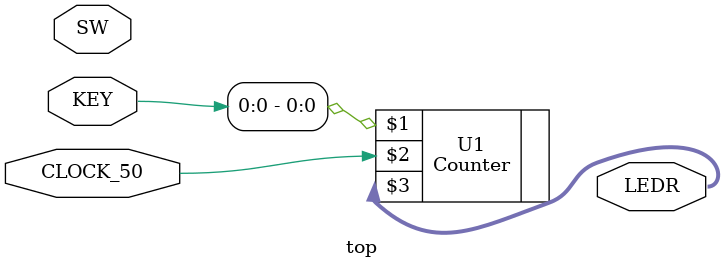
<source format=v>
module top (CLOCK_50, SW, KEY, LEDR);

    input CLOCK_50;             // DE-series 50 MHz clock signal
    input wire [9:0] SW;        // DE-series switches
    input wire [3:0] KEY;       // DE-series pushbuttons
    output wire [9:0] LEDR;     // DE-series LEDs   

    Counter U1 (KEY[0], CLOCK_50, LEDR);

endmodule


</source>
